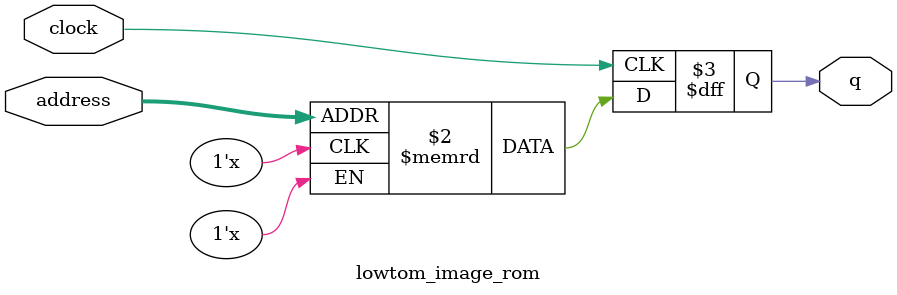
<source format=sv>
module lowtom_image_rom (
	input logic clock,
	input logic [10:0] address,
	output logic [0:0] q
);

logic [0:0] memory [0:1224] /* synthesis ram_init_file = "./lowtom_image/lowtom_image.mif" */;

always_ff @ (posedge clock) begin
	q <= memory[address];
end

endmodule

</source>
